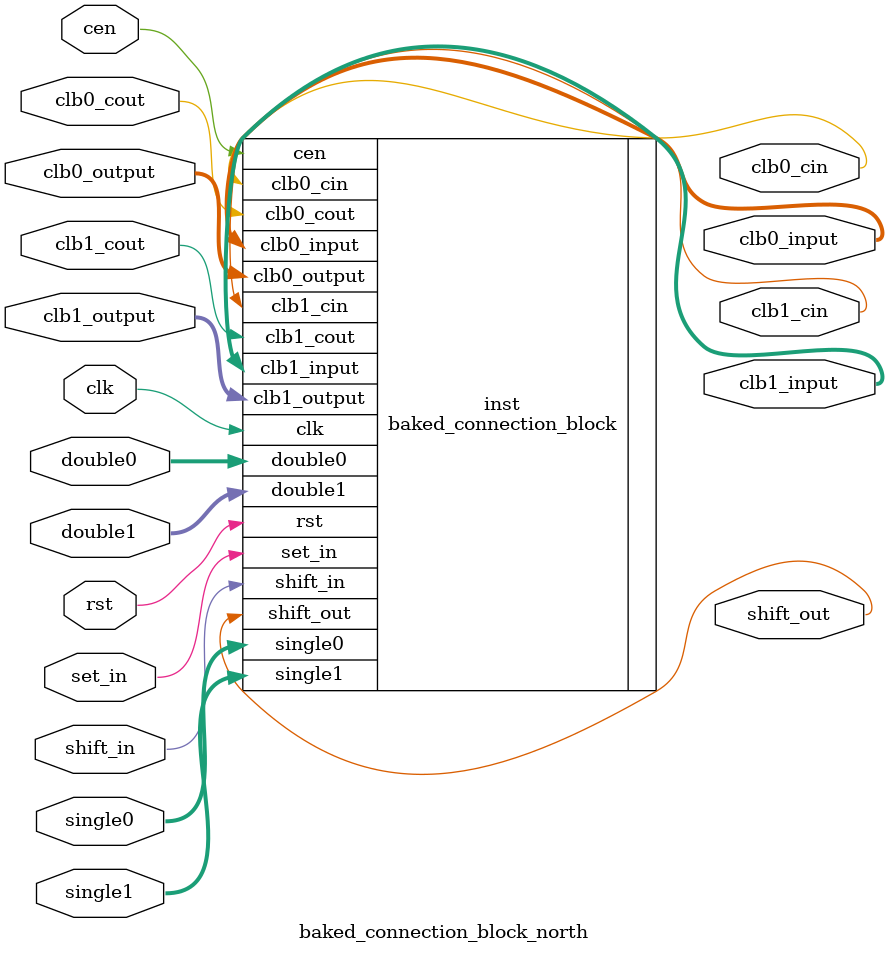
<source format=v>

module baked_connection_block_north #(
  parameter WS = 4,
  parameter WD = 8,
  parameter WG = 0,
  parameter CLBIN = 10,
  parameter CLBIN0 = 10,
  parameter CLBIN1 = 10,
  parameter CLBOUT = 5,
  parameter CLBOUT0 = 5,
  parameter CLBOUT1 = 5,
  parameter CARRY = 1,
  parameter CLBOS = 4,
  parameter CLBOS_BIAS = 0,
  parameter CLBOD = 4,
  parameter CLBOD_BIAS = 0,
  parameter CLBX = 1
)(
  // Common
  input wire clk,
  input wire rst,

  // Confiuration Signals:

  input wire cen,

  // Config set input (from tile module)
  input wire set_in,

  // Config shift input (from tile module)
  input wire shift_in,
  // Config shift output (to tile module)
  output wire shift_out,

  // Single Wires
  inout [WS-1:0] single0, single1,
  // Double Wires
  inout [WD-1:0] double0, double1,
  // Global Wires
  //inout [WG-1:0] global,  /* manually disabled since WG = 0 for hardening */

  input [CLBOUT-1:0] clb0_output,
  input [CLBOUT-1:0] clb1_output,
  input [CARRY-1:0]  clb0_cout,
  input [CARRY-1:0]  clb1_cout,
  output [CLBIN-1:0] clb0_input,
  output [CLBIN-1:0] clb1_input,
  output [CARRY-1:0] clb0_cin,
  output [CARRY-1:0] clb1_cin
);

baked_connection_block #(
  .WS(WS),
  .WD(WD),
  .WG(WG),
  .CLBIN(CLBIN),
  .CLBIN0(CLBIN0),
  .CLBIN1(CLBIN1),
  .CLBOUT(CLBOUT),
  .CLBOUT0(CLBOUT0),
  .CLBOUT1(CLBOUT1),
  .CARRY(CARRY),
  .CLBOS(CLBOS),
  .CLBOS_BIAS(CLBOS_BIAS),
  .CLBOD(CLBOD),
  .CLBOD_BIAS(CLBOD_BIAS),
  .CLBX(CLBX)
) inst (
  .clk(clk),
  .rst(rst),
  .cen(cen),
  .set_in(set_in),
  .shift_in(shift_in),
  .shift_out(shift_out),
  .single0(single0),
  .single1(single1),
  .double0(double0),
  .double1(double1),
  //.global(global),  /* manually disabled since WG = 0 for hardening */
  .clb0_output(clb0_output),
  .clb1_output(clb1_output),
  .clb0_cout(clb0_cout),
  .clb1_cout(clb1_cout),
  .clb0_input(clb0_input),
  .clb1_input(clb1_input),
  .clb0_cin(clb0_cin),
  .clb1_cin(clb1_cin)
);

endmodule

</source>
